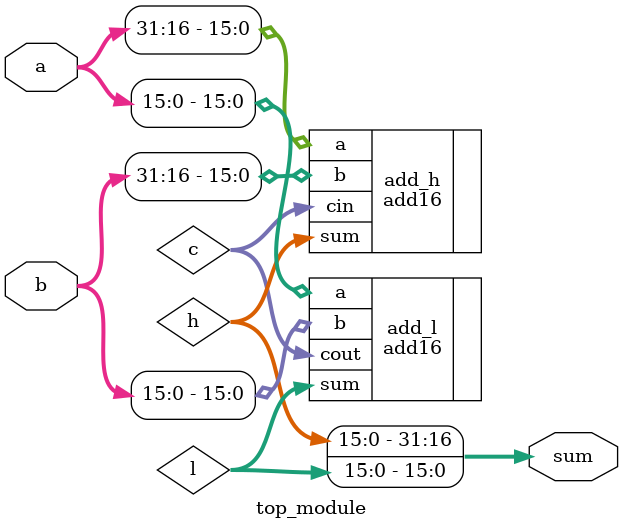
<source format=v>
module top_module(
    input [31:0] a,
    input [31:0] b,
    output [31:0] sum
);
    wire[15:0] h, l, c;
    add16 add_l (
        .a(a[15:0]),
        .b(b[15:0]),
        .sum(l),
        .cout(c)
        );    
    add16 add_h (
        .a(a[31:16]),
        .b(b[31:16]),
        .sum(h),
        .cin(c)
        );
    assign sum = {h, l};
endmodule
</source>
